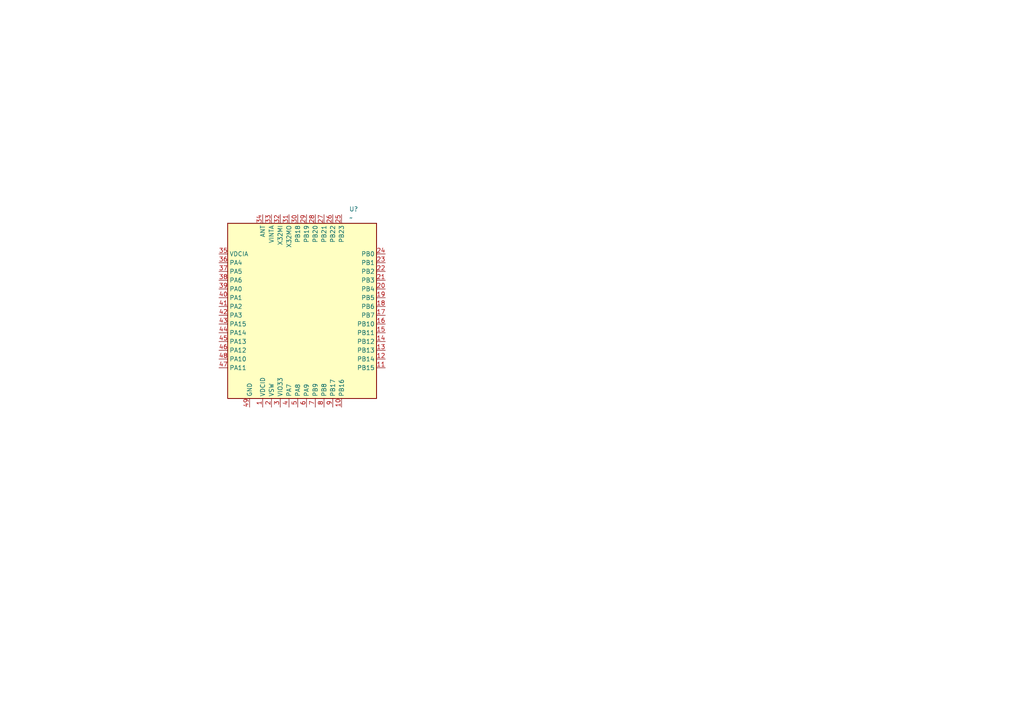
<source format=kicad_sch>
(kicad_sch (version 20231120) (generator "eeschema") (generator_version "8.0")
  (paper "A4")
  (lib_symbols
    (symbol "wireless_testboard:CH582M"
      (property "Reference" "U" (at 0 0 0))
      (symbol "CH582M_1_1"
        (rectangle (start -22.46 25.91) (end 20.72 -24.89) (stroke (width 0.254)) (fill (type background)))
        (pin power_in line (at -12.3 -27.43 90) (length 2.54) (name "VDCID") (number "1"))
        (pin bidirectional line (at 10.56 -27.43 90) (length 2.54) (name "PB16") (number "10"))
        (pin bidirectional line (at 23.26 -16 180) (length 2.54) (name "PB15") (number "11"))
        (pin bidirectional line (at 23.26 -13.46 180) (length 2.54) (name "PB14") (number "12"))
        (pin bidirectional line (at 23.26 -10.92 180) (length 2.54) (name "PB13") (number "13"))
        (pin bidirectional line (at 23.26 -8.38 180) (length 2.54) (name "PB12") (number "14"))
        (pin bidirectional line (at 23.26 -5.84 180) (length 2.54) (name "PB11") (number "15"))
        (pin bidirectional line (at 23.26 -3.3 180) (length 2.54) (name "PB10") (number "16"))
        (pin bidirectional line (at 23.26 -0.76 180) (length 2.54) (name "PB7") (number "17"))
        (pin bidirectional line (at 23.26 1.78 180) (length 2.54) (name "PB6") (number "18"))
        (pin bidirectional line (at 23.26 4.32 180) (length 2.54) (name "PB5") (number "19"))
        (pin power_out line (at -9.76 -27.43 90) (length 2.54) (name "VSW") (number "2"))
        (pin bidirectional line (at 23.26 6.86 180) (length 2.54) (name "PB4") (number "20"))
        (pin bidirectional line (at 23.26 9.4 180) (length 2.54) (name "PB3") (number "21"))
        (pin bidirectional line (at 23.26 11.94 180) (length 2.54) (name "PB2") (number "22"))
        (pin bidirectional line (at 23.26 14.48 180) (length 2.54) (name "PB1") (number "23"))
        (pin bidirectional line (at 23.26 17.02 180) (length 2.54) (name "PB0") (number "24"))
        (pin bidirectional line (at 10.56 28.45 270) (length 2.54) (name "PB23") (number "25"))
        (pin bidirectional line (at 8.02 28.45 270) (length 2.54) (name "PB22") (number "26"))
        (pin bidirectional line (at 5.48 28.45 270) (length 2.54) (name "PB21") (number "27"))
        (pin bidirectional line (at 2.94 28.45 270) (length 2.54) (name "PB20") (number "28"))
        (pin bidirectional line (at 0.4 28.45 270) (length 2.54) (name "PB19") (number "29"))
        (pin power_in line (at -7.22 -27.43 90) (length 2.54) (name "VIO33") (number "3"))
        (pin bidirectional line (at -2.14 28.45 270) (length 2.54) (name "PB18") (number "30"))
        (pin output line (at -4.68 28.45 270) (length 2.54) (name "X32MO") (number "31"))
        (pin input line (at -7.22 28.45 270) (length 2.54) (name "X32MI") (number "32"))
        (pin passive line (at -9.76 28.45 270) (length 2.54) (name "VINTA") (number "33"))
        (pin bidirectional line (at -12.3 28.45 270) (length 2.54) (name "ANT") (number "34"))
        (pin power_in line (at -25 17.02 0) (length 2.54) (name "VDCIA") (number "35"))
        (pin bidirectional line (at -25 14.48 0) (length 2.54) (name "PA4") (number "36"))
        (pin bidirectional line (at -25 11.94 0) (length 2.54) (name "PA5") (number "37"))
        (pin bidirectional line (at -25 9.4 0) (length 2.54) (name "PA6") (number "38"))
        (pin bidirectional line (at -25 6.86 0) (length 2.54) (name "PA0") (number "39"))
        (pin bidirectional line (at -4.68 -27.43 90) (length 2.54) (name "PA7") (number "4"))
        (pin bidirectional line (at -25 4.32 0) (length 2.54) (name "PA1") (number "40"))
        (pin bidirectional line (at -25 1.78 0) (length 2.54) (name "PA2") (number "41"))
        (pin bidirectional line (at -25 -0.76 0) (length 2.54) (name "PA3") (number "42"))
        (pin bidirectional line (at -25 -3.3 0) (length 2.54) (name "PA15") (number "43"))
        (pin bidirectional line (at -25 -5.84 0) (length 2.54) (name "PA14") (number "44"))
        (pin bidirectional line (at -25 -8.38 0) (length 2.54) (name "PA13") (number "45"))
        (pin bidirectional line (at -25 -10.92 0) (length 2.54) (name "PA12") (number "46"))
        (pin bidirectional line (at -25 -16 0) (length 2.54) (name "PA11") (number "47"))
        (pin bidirectional line (at -25 -13.46 0) (length 2.54) (name "PA10") (number "48"))
        (pin passive line (at -16.11 -27.43 90) (length 2.54) (name "GND") (number "49"))
        (pin bidirectional line (at -2.14 -27.43 90) (length 2.54) (name "PA8") (number "5"))
        (pin bidirectional line (at 0.4 -27.43 90) (length 2.54) (name "PA9") (number "6"))
        (pin bidirectional line (at 2.94 -27.43 90) (length 2.54) (name "PB9") (number "7"))
        (pin bidirectional line (at 5.48 -27.43 90) (length 2.54) (name "PB8") (number "8"))
        (pin bidirectional line (at 8.02 -27.43 90) (length 2.54) (name "PB17") (number "9"))
      )
    )
  )
  (symbol (lib_id "wireless_testboard:CH582M") (at 88.5 90.68 0) (unit 1)
    (property "Reference" "U?" (at 101.2541 60.64 0) (effects (justify left)))
    (property "Value" "~" (at 101.2541 63.18 0) (effects (justify left)))
    (property "Footprint" "wireless_testboard:CH582-QFN-48-1EP_5x5mm_P0.35mm_EP3.7x3.7mm" (effects (hide yes)))
  )
)
</source>
